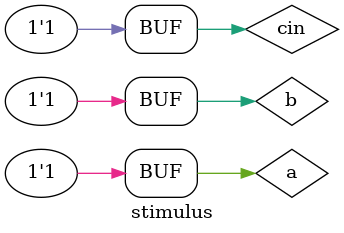
<source format=v>
module stimulus;

	reg a,b,cin;
	wire sum,cout;
	full_adder myadder(a,b,cin,sum,cout);
	
	initial 
	begin
	$monitor($time, "a = %b b = %b cin = %b cout = %b sum = %b", a,b,cin,cout,sum);
	#0 cin = 1'b0; a = 1'b0;	b = 1'b0;
	#5 cin = 1'b0; a = 1'b0;	b = 1'b1;
	#5 cin = 1'b0; a = 1'b1;	b = 1'b0;
	#5 cin = 1'b0; a = 1'b1;	b = 1'b1;
	#5 cin = 1'b1; a = 1'b0;	b = 1'b0;
	#5 cin = 1'b1; a = 1'b0;	b = 1'b1;
	#5 cin = 1'b1; a = 1'b1;	b = 1'b0;
	#5 cin = 1'b1; a = 1'b1;	b = 1'b1;
	end
endmodule
</source>
